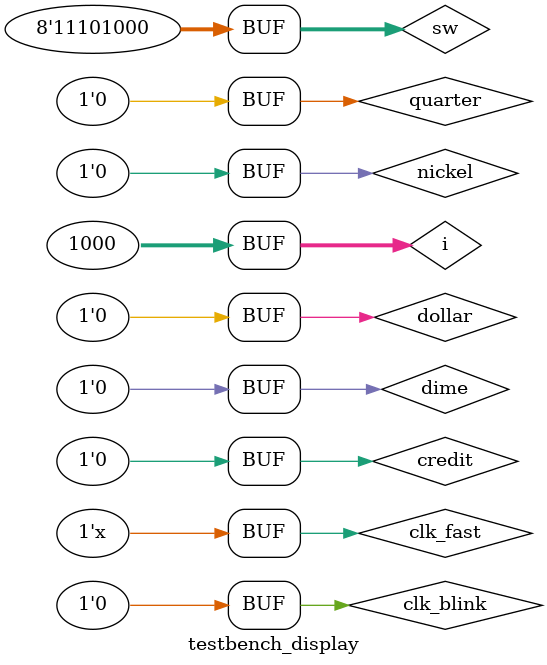
<source format=v>
`timescale 1ns / 1ps


module testbench_display;

	// Inputs
	reg clk_fast;
	reg clk_blink;
	reg dollar;
	reg quarter;
	reg dime;
	reg nickel;
	reg credit;
	reg [7:0] sw;

	// Outputs
	wire [3:0] an;
	wire [7:0] seg;

	// Instantiate the Unit Under Test (UUT)
	display uut (
		.clk_fast(clk_fast), 
		.clk_blink(clk_blink), 
		.dollar(dollar), 
		.quarter(quarter), 
		.dime(dime), 
		.nickel(nickel), 
		.credit(credit), 
		.sw(sw), 
		.an(an), 
		.seg(seg)
	);
	integer i;
	always #1 clk_fast = ~clk_fast;
	initial begin
		// Initialize Inputs
		clk_fast = 0;
		clk_blink = 0;
		dollar = 0;
		quarter = 0;
		dime = 0;
		nickel = 0;
		credit = 0;
		sw = 0;

		// Wait 100 ns for global reset to finish
		#100;
		
		for(i = 0; i < 1000; i = i + 1) begin
			#10 sw = sw + 1;
		end
        
		// Add stimulus here

	end
      
endmodule


</source>
